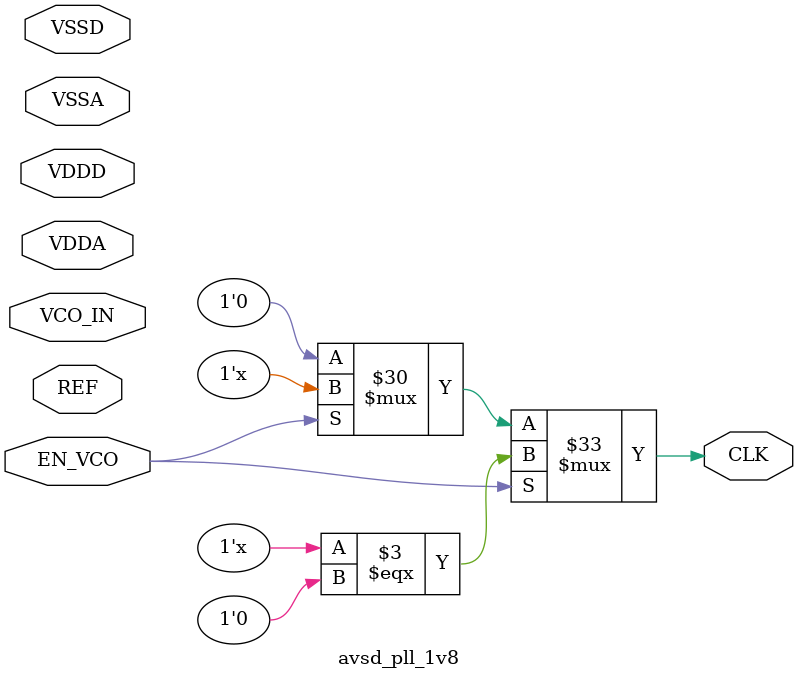
<source format=v>
`timescale 1ns / 1ps
module avsd_pll_1v8(CLK, VCO_IN, VDDA, VDDD, VSSA, VSSD, EN_VCO, REF);
  
  input VSSD;
  input EN_VCO;
  input VSSA;
  input VDDD;
  input VDDA;
  input VCO_IN;
  output CLK;
  input REF;
  
  reg CLK;
  reg[31:0] period, lastedge, refpd, thisedge;
  reg[7:0] expdetect;
  reg[22:0] shiftededge;
  wire VSSD, VSSA, VDDD, VDDA;

  initial begin
    lastedge = 32'b0_01111111_00000000000000000000000;
    period = 32'b0_10000011_10010000000000000000000;
    CLK <= 0;
  end

  always @(CLK or EN_VCO) begin
    if (EN_VCO == 1'b1) begin
      #(2**(period[30:23]-127) + period[22:0]*(2**(period[30:23]-24-127)));
      CLK <= (CLK === 1'b0);
    end

    else if (EN_VCO == 1'b0) begin
      CLK <= 1'b0;
    end

    else begin
      CLK <= 1'bx;
    end
  end

  always @(posedge REF) begin
    if ((lastedge[22:0] != 23'b0) && (lastedge[31] == 0)) begin
      thisedge = $realtime;
      expdetect = thisedge[30:23] - lastedge[30:23];
      shiftededge = lastedge[22:0] >> expdetect;
      refpd = thisedge[22:0] - shiftededge;

      period = refpd - 32'b0_00000001_00000000000000000000000;
    end

    lastedge = $realtime;

  end

endmodule

</source>
